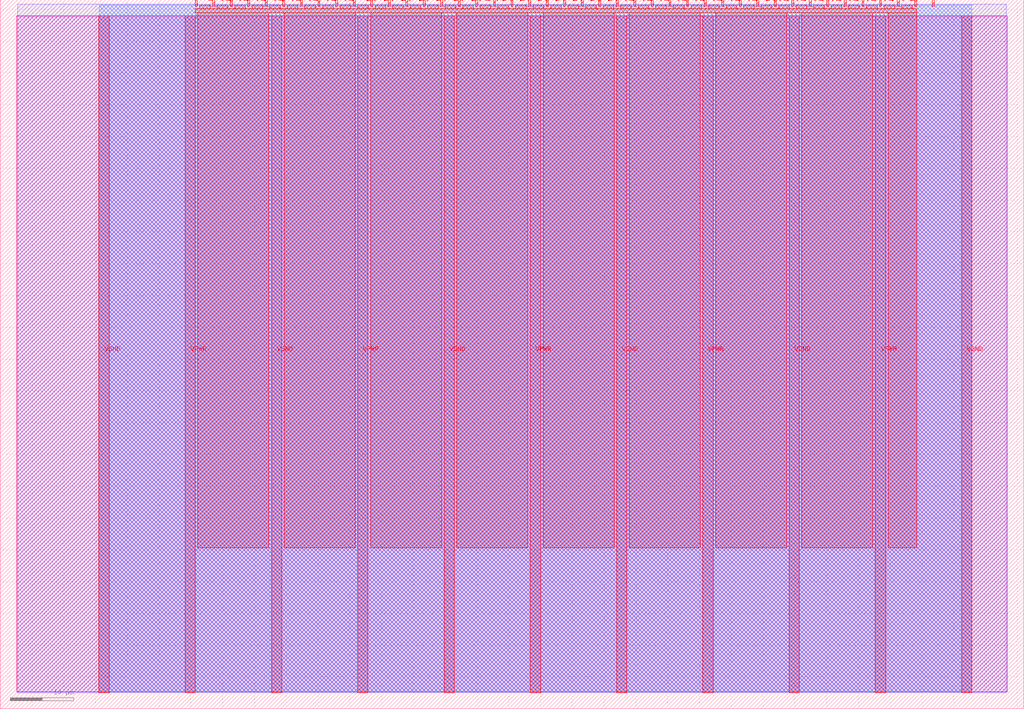
<source format=lef>
VERSION 5.7 ;
  NOWIREEXTENSIONATPIN ON ;
  DIVIDERCHAR "/" ;
  BUSBITCHARS "[]" ;
MACRO tt_um_Enhanced_pll
  CLASS BLOCK ;
  FOREIGN tt_um_Enhanced_pll ;
  ORIGIN 0.000 0.000 ;
  SIZE 161.000 BY 111.520 ;
  PIN VGND
    USE GROUND ;
    ANTENNAGATEAREA 1870.143188 ;
    ANTENNADIFFAREA 668.356262 ;
    PORT
      LAYER met4 ;
        RECT 15.530 2.480 17.130 109.040 ;
    END
    PORT
      LAYER met4 ;
        RECT 42.670 2.480 44.270 109.040 ;
    END
    PORT
      LAYER met4 ;
        RECT 69.810 2.480 71.410 109.040 ;
    END
    PORT
      LAYER met4 ;
        RECT 96.950 2.480 98.550 109.040 ;
    END
    PORT
      LAYER met4 ;
        RECT 124.090 2.480 125.690 109.040 ;
    END
    PORT
      LAYER met4 ;
        RECT 151.230 2.480 152.830 109.040 ;
    END
  END VGND
  PIN VPWR
    USE POWER ;
    ANTENNAGATEAREA 1182.274414 ;
    ANTENNADIFFAREA 664.913757 ;
    PORT
      LAYER met4 ;
        RECT 29.100 2.480 30.700 109.040 ;
    END
    PORT
      LAYER met4 ;
        RECT 56.240 2.480 57.840 109.040 ;
    END
    PORT
      LAYER met4 ;
        RECT 83.380 2.480 84.980 109.040 ;
    END
    PORT
      LAYER met4 ;
        RECT 110.520 2.480 112.120 109.040 ;
    END
    PORT
      LAYER met4 ;
        RECT 137.660 2.480 139.260 109.040 ;
    END
  END VPWR
  PIN clk
    ANTENNAGATEAREA 0.213000 ;
    PORT
      LAYER met4 ;
        RECT 143.830 110.520 144.130 111.520 ;
    END
  END clk
  PIN ena
    PORT
      LAYER met4 ;
        RECT 146.590 110.520 146.890 111.520 ;
    END
  END ena
  PIN rst_n
    ANTENNAGATEAREA 0.196500 ;
    PORT
      LAYER met4 ;
        RECT 141.070 110.520 141.370 111.520 ;
    END
  END rst_n
  PIN ui_in[0]
    ANTENNAGATEAREA 0.126000 ;
    PORT
      LAYER met4 ;
        RECT 138.310 110.520 138.610 111.520 ;
    END
  END ui_in[0]
  PIN ui_in[1]
    ANTENNAGATEAREA 0.196500 ;
    PORT
      LAYER met4 ;
        RECT 135.550 110.520 135.850 111.520 ;
    END
  END ui_in[1]
  PIN ui_in[2]
    ANTENNAGATEAREA 0.213000 ;
    PORT
      LAYER met4 ;
        RECT 132.790 110.520 133.090 111.520 ;
    END
  END ui_in[2]
  PIN ui_in[3]
    ANTENNAGATEAREA 0.213000 ;
    PORT
      LAYER met4 ;
        RECT 130.030 110.520 130.330 111.520 ;
    END
  END ui_in[3]
  PIN ui_in[4]
    ANTENNAGATEAREA 0.196500 ;
    PORT
      LAYER met4 ;
        RECT 127.270 110.520 127.570 111.520 ;
    END
  END ui_in[4]
  PIN ui_in[5]
    ANTENNAGATEAREA 0.196500 ;
    PORT
      LAYER met4 ;
        RECT 124.510 110.520 124.810 111.520 ;
    END
  END ui_in[5]
  PIN ui_in[6]
    ANTENNAGATEAREA 0.196500 ;
    PORT
      LAYER met4 ;
        RECT 121.750 110.520 122.050 111.520 ;
    END
  END ui_in[6]
  PIN ui_in[7]
    ANTENNAGATEAREA 0.196500 ;
    PORT
      LAYER met4 ;
        RECT 118.990 110.520 119.290 111.520 ;
    END
  END ui_in[7]
  PIN uio_in[0]
    ANTENNAGATEAREA 0.196500 ;
    PORT
      LAYER met4 ;
        RECT 116.230 110.520 116.530 111.520 ;
    END
  END uio_in[0]
  PIN uio_in[1]
    PORT
      LAYER met4 ;
        RECT 113.470 110.520 113.770 111.520 ;
    END
  END uio_in[1]
  PIN uio_in[2]
    PORT
      LAYER met4 ;
        RECT 110.710 110.520 111.010 111.520 ;
    END
  END uio_in[2]
  PIN uio_in[3]
    PORT
      LAYER met4 ;
        RECT 107.950 110.520 108.250 111.520 ;
    END
  END uio_in[3]
  PIN uio_in[4]
    PORT
      LAYER met4 ;
        RECT 105.190 110.520 105.490 111.520 ;
    END
  END uio_in[4]
  PIN uio_in[5]
    PORT
      LAYER met4 ;
        RECT 102.430 110.520 102.730 111.520 ;
    END
  END uio_in[5]
  PIN uio_in[6]
    PORT
      LAYER met4 ;
        RECT 99.670 110.520 99.970 111.520 ;
    END
  END uio_in[6]
  PIN uio_in[7]
    PORT
      LAYER met4 ;
        RECT 96.910 110.520 97.210 111.520 ;
    END
  END uio_in[7]
  PIN uio_oe[0]
    PORT
      LAYER met4 ;
        RECT 49.990 110.520 50.290 111.520 ;
    END
  END uio_oe[0]
  PIN uio_oe[1]
    ANTENNADIFFAREA 0.891000 ;
    PORT
      LAYER met4 ;
        RECT 47.230 110.520 47.530 111.520 ;
    END
  END uio_oe[1]
  PIN uio_oe[2]
    ANTENNADIFFAREA 0.891000 ;
    PORT
      LAYER met4 ;
        RECT 44.470 110.520 44.770 111.520 ;
    END
  END uio_oe[2]
  PIN uio_oe[3]
    ANTENNADIFFAREA 0.891000 ;
    PORT
      LAYER met4 ;
        RECT 41.710 110.520 42.010 111.520 ;
    END
  END uio_oe[3]
  PIN uio_oe[4]
    ANTENNADIFFAREA 0.891000 ;
    PORT
      LAYER met4 ;
        RECT 38.950 110.520 39.250 111.520 ;
    END
  END uio_oe[4]
  PIN uio_oe[5]
    ANTENNADIFFAREA 0.891000 ;
    PORT
      LAYER met4 ;
        RECT 36.190 110.520 36.490 111.520 ;
    END
  END uio_oe[5]
  PIN uio_oe[6]
    ANTENNADIFFAREA 0.891000 ;
    PORT
      LAYER met4 ;
        RECT 33.430 110.520 33.730 111.520 ;
    END
  END uio_oe[6]
  PIN uio_oe[7]
    ANTENNADIFFAREA 0.891000 ;
    PORT
      LAYER met4 ;
        RECT 30.670 110.520 30.970 111.520 ;
    END
  END uio_oe[7]
  PIN uio_out[0]
    ANTENNADIFFAREA 0.891000 ;
    PORT
      LAYER met4 ;
        RECT 72.070 110.520 72.370 111.520 ;
    END
  END uio_out[0]
  PIN uio_out[1]
    ANTENNADIFFAREA 0.891000 ;
    PORT
      LAYER met4 ;
        RECT 69.310 110.520 69.610 111.520 ;
    END
  END uio_out[1]
  PIN uio_out[2]
    ANTENNADIFFAREA 0.891000 ;
    PORT
      LAYER met4 ;
        RECT 66.550 110.520 66.850 111.520 ;
    END
  END uio_out[2]
  PIN uio_out[3]
    ANTENNADIFFAREA 0.891000 ;
    PORT
      LAYER met4 ;
        RECT 63.790 110.520 64.090 111.520 ;
    END
  END uio_out[3]
  PIN uio_out[4]
    ANTENNADIFFAREA 0.891000 ;
    PORT
      LAYER met4 ;
        RECT 61.030 110.520 61.330 111.520 ;
    END
  END uio_out[4]
  PIN uio_out[5]
    ANTENNADIFFAREA 0.891000 ;
    PORT
      LAYER met4 ;
        RECT 58.270 110.520 58.570 111.520 ;
    END
  END uio_out[5]
  PIN uio_out[6]
    ANTENNADIFFAREA 0.891000 ;
    PORT
      LAYER met4 ;
        RECT 55.510 110.520 55.810 111.520 ;
    END
  END uio_out[6]
  PIN uio_out[7]
    ANTENNADIFFAREA 0.891000 ;
    PORT
      LAYER met4 ;
        RECT 52.750 110.520 53.050 111.520 ;
    END
  END uio_out[7]
  PIN uo_out[0]
    ANTENNADIFFAREA 0.340600 ;
    PORT
      LAYER met4 ;
        RECT 94.150 110.520 94.450 111.520 ;
    END
  END uo_out[0]
  PIN uo_out[1]
    ANTENNADIFFAREA 0.340600 ;
    PORT
      LAYER met4 ;
        RECT 91.390 110.520 91.690 111.520 ;
    END
  END uo_out[1]
  PIN uo_out[2]
    ANTENNADIFFAREA 0.340600 ;
    PORT
      LAYER met4 ;
        RECT 88.630 110.520 88.930 111.520 ;
    END
  END uo_out[2]
  PIN uo_out[3]
    ANTENNADIFFAREA 0.340600 ;
    PORT
      LAYER met4 ;
        RECT 85.870 110.520 86.170 111.520 ;
    END
  END uo_out[3]
  PIN uo_out[4]
    ANTENNADIFFAREA 0.340600 ;
    PORT
      LAYER met4 ;
        RECT 83.110 110.520 83.410 111.520 ;
    END
  END uo_out[4]
  PIN uo_out[5]
    ANTENNADIFFAREA 0.891000 ;
    PORT
      LAYER met4 ;
        RECT 80.350 110.520 80.650 111.520 ;
    END
  END uo_out[5]
  PIN uo_out[6]
    ANTENNADIFFAREA 0.891000 ;
    PORT
      LAYER met4 ;
        RECT 77.590 110.520 77.890 111.520 ;
    END
  END uo_out[6]
  PIN uo_out[7]
    ANTENNADIFFAREA 0.891000 ;
    PORT
      LAYER met4 ;
        RECT 74.830 110.520 75.130 111.520 ;
    END
  END uo_out[7]
  OBS
      LAYER nwell ;
        RECT 2.570 2.635 158.430 108.990 ;
      LAYER li1 ;
        RECT 2.760 2.635 158.240 108.885 ;
      LAYER met1 ;
        RECT 2.760 2.480 158.240 110.800 ;
      LAYER met2 ;
        RECT 15.560 2.535 152.800 110.830 ;
      LAYER met3 ;
        RECT 15.540 2.555 152.820 110.665 ;
      LAYER met4 ;
        RECT 31.370 110.120 33.030 110.665 ;
        RECT 34.130 110.120 35.790 110.665 ;
        RECT 36.890 110.120 38.550 110.665 ;
        RECT 39.650 110.120 41.310 110.665 ;
        RECT 42.410 110.120 44.070 110.665 ;
        RECT 45.170 110.120 46.830 110.665 ;
        RECT 47.930 110.120 49.590 110.665 ;
        RECT 50.690 110.120 52.350 110.665 ;
        RECT 53.450 110.120 55.110 110.665 ;
        RECT 56.210 110.120 57.870 110.665 ;
        RECT 58.970 110.120 60.630 110.665 ;
        RECT 61.730 110.120 63.390 110.665 ;
        RECT 64.490 110.120 66.150 110.665 ;
        RECT 67.250 110.120 68.910 110.665 ;
        RECT 70.010 110.120 71.670 110.665 ;
        RECT 72.770 110.120 74.430 110.665 ;
        RECT 75.530 110.120 77.190 110.665 ;
        RECT 78.290 110.120 79.950 110.665 ;
        RECT 81.050 110.120 82.710 110.665 ;
        RECT 83.810 110.120 85.470 110.665 ;
        RECT 86.570 110.120 88.230 110.665 ;
        RECT 89.330 110.120 90.990 110.665 ;
        RECT 92.090 110.120 93.750 110.665 ;
        RECT 94.850 110.120 96.510 110.665 ;
        RECT 97.610 110.120 99.270 110.665 ;
        RECT 100.370 110.120 102.030 110.665 ;
        RECT 103.130 110.120 104.790 110.665 ;
        RECT 105.890 110.120 107.550 110.665 ;
        RECT 108.650 110.120 110.310 110.665 ;
        RECT 111.410 110.120 113.070 110.665 ;
        RECT 114.170 110.120 115.830 110.665 ;
        RECT 116.930 110.120 118.590 110.665 ;
        RECT 119.690 110.120 121.350 110.665 ;
        RECT 122.450 110.120 124.110 110.665 ;
        RECT 125.210 110.120 126.870 110.665 ;
        RECT 127.970 110.120 129.630 110.665 ;
        RECT 130.730 110.120 132.390 110.665 ;
        RECT 133.490 110.120 135.150 110.665 ;
        RECT 136.250 110.120 137.910 110.665 ;
        RECT 139.010 110.120 140.670 110.665 ;
        RECT 141.770 110.120 143.430 110.665 ;
        RECT 30.655 109.440 144.145 110.120 ;
        RECT 31.100 25.335 42.270 109.440 ;
        RECT 44.670 25.335 55.840 109.440 ;
        RECT 58.240 25.335 69.410 109.440 ;
        RECT 71.810 25.335 82.980 109.440 ;
        RECT 85.380 25.335 96.550 109.440 ;
        RECT 98.950 25.335 110.120 109.440 ;
        RECT 112.520 25.335 123.690 109.440 ;
        RECT 126.090 25.335 137.260 109.440 ;
        RECT 139.660 25.335 144.145 109.440 ;
  END
END tt_um_Enhanced_pll
END LIBRARY


</source>
